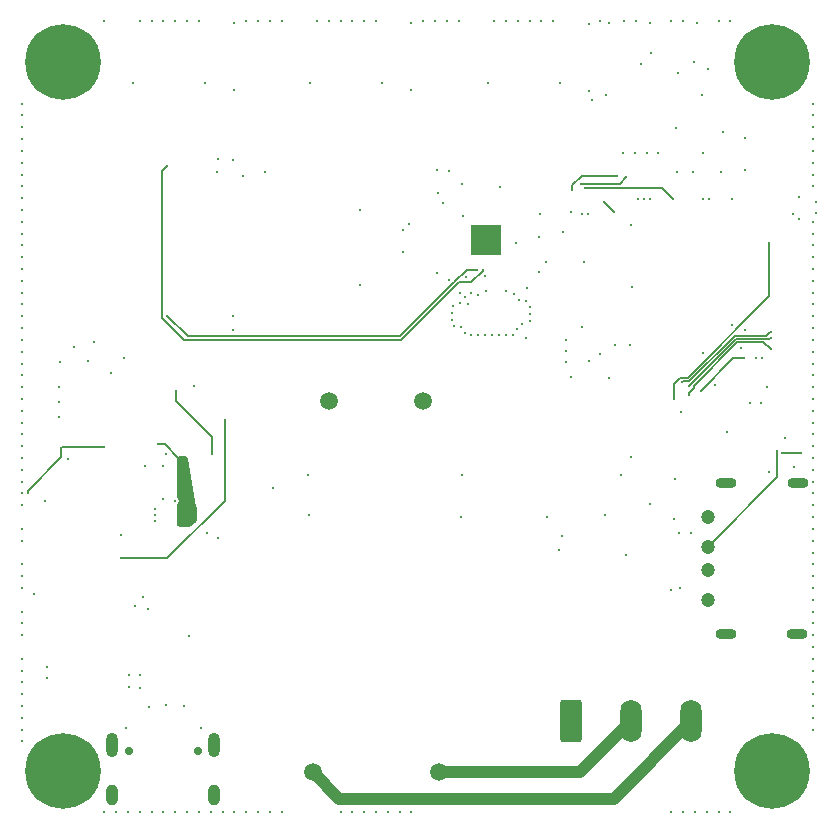
<source format=gbr>
%TF.GenerationSoftware,KiCad,Pcbnew,8.0.3-8.0.3-0~ubuntu22.04.1*%
%TF.CreationDate,2024-07-03T11:37:09+02:00*%
%TF.ProjectId,FabOS_MB,4661624f-535f-44d4-922e-6b696361645f,rev?*%
%TF.SameCoordinates,Original*%
%TF.FileFunction,Copper,L4,Bot*%
%TF.FilePolarity,Positive*%
%FSLAX46Y46*%
G04 Gerber Fmt 4.6, Leading zero omitted, Abs format (unit mm)*
G04 Created by KiCad (PCBNEW 8.0.3-8.0.3-0~ubuntu22.04.1) date 2024-07-03 11:37:09*
%MOMM*%
%LPD*%
G01*
G04 APERTURE LIST*
G04 Aperture macros list*
%AMRoundRect*
0 Rectangle with rounded corners*
0 $1 Rounding radius*
0 $2 $3 $4 $5 $6 $7 $8 $9 X,Y pos of 4 corners*
0 Add a 4 corners polygon primitive as box body*
4,1,4,$2,$3,$4,$5,$6,$7,$8,$9,$2,$3,0*
0 Add four circle primitives for the rounded corners*
1,1,$1+$1,$2,$3*
1,1,$1+$1,$4,$5*
1,1,$1+$1,$6,$7*
1,1,$1+$1,$8,$9*
0 Add four rect primitives between the rounded corners*
20,1,$1+$1,$2,$3,$4,$5,0*
20,1,$1+$1,$4,$5,$6,$7,0*
20,1,$1+$1,$6,$7,$8,$9,0*
20,1,$1+$1,$8,$9,$2,$3,0*%
G04 Aperture macros list end*
%TA.AperFunction,ComponentPad*%
%ADD10RoundRect,0.250000X-0.650000X-1.550000X0.650000X-1.550000X0.650000X1.550000X-0.650000X1.550000X0*%
%TD*%
%TA.AperFunction,ComponentPad*%
%ADD11O,1.800000X3.600000*%
%TD*%
%TA.AperFunction,ComponentPad*%
%ADD12C,0.800000*%
%TD*%
%TA.AperFunction,ComponentPad*%
%ADD13C,6.400000*%
%TD*%
%TA.AperFunction,ComponentPad*%
%ADD14C,1.200000*%
%TD*%
%TA.AperFunction,ComponentPad*%
%ADD15O,1.800000X0.900000*%
%TD*%
%TA.AperFunction,ComponentPad*%
%ADD16C,1.500000*%
%TD*%
%TA.AperFunction,ComponentPad*%
%ADD17C,0.700000*%
%TD*%
%TA.AperFunction,ComponentPad*%
%ADD18O,1.000000X2.100000*%
%TD*%
%TA.AperFunction,ComponentPad*%
%ADD19O,1.000000X1.800000*%
%TD*%
%TA.AperFunction,HeatsinkPad*%
%ADD20C,0.500000*%
%TD*%
%TA.AperFunction,HeatsinkPad*%
%ADD21R,2.500000X2.500000*%
%TD*%
%TA.AperFunction,ViaPad*%
%ADD22C,0.300000*%
%TD*%
%TA.AperFunction,Conductor*%
%ADD23C,0.150000*%
%TD*%
%TA.AperFunction,Conductor*%
%ADD24C,1.000000*%
%TD*%
G04 APERTURE END LIST*
D10*
%TO.P,e501,1,Pin_1*%
%TO.N,Earth*%
X143000000Y-155800000D03*
D11*
%TO.P,e501,2,Pin_2*%
%TO.N,N*%
X148080000Y-155800000D03*
%TO.P,e501,3,Pin_3*%
%TO.N,L*%
X153160000Y-155800000D03*
%TD*%
D12*
%TO.P,H102,1,1*%
%TO.N,GND*%
X157600000Y-100000000D03*
X158302944Y-98302944D03*
X158302944Y-101697056D03*
X160000000Y-97600000D03*
D13*
X160000000Y-100000000D03*
D12*
X160000000Y-102400000D03*
X161697056Y-98302944D03*
X161697056Y-101697056D03*
X162400000Y-100000000D03*
%TD*%
D14*
%TO.P,J201,1,VBUS*%
%TO.N,/5V_Flyback*%
X154600000Y-138500000D03*
%TO.P,J201,2,D-*%
%TO.N,/ES*%
X154600000Y-141000000D03*
%TO.P,J201,3,D+*%
%TO.N,/LIN/LIN*%
X154600000Y-143000000D03*
%TO.P,J201,4,GND*%
%TO.N,GND*%
X154600000Y-145500000D03*
D15*
%TO.P,J201,GND*%
%TO.N,N/C*%
X156100000Y-148400000D03*
X162100000Y-148400000D03*
X156100000Y-135600000D03*
X162200000Y-135600000D03*
%TD*%
D12*
%TO.P,H103,1,1*%
%TO.N,GND*%
X157600000Y-160000000D03*
X158302944Y-158302944D03*
X158302944Y-161697056D03*
X160000000Y-157600000D03*
D13*
X160000000Y-160000000D03*
D12*
X160000000Y-162400000D03*
X161697056Y-158302944D03*
X161697056Y-161697056D03*
X162400000Y-160000000D03*
%TD*%
D16*
%TO.P,U501,1,N*%
%TO.N,N*%
X131850000Y-160100000D03*
%TO.P,U501,2,L*%
%TO.N,L*%
X121150000Y-160100000D03*
%TO.P,U501,4,V-*%
%TO.N,GND*%
X122500000Y-128700000D03*
%TO.P,U501,6,V+*%
%TO.N,/5V_Flyback*%
X130500000Y-128700000D03*
%TD*%
D12*
%TO.P,H104,1,1*%
%TO.N,GND*%
X97600000Y-160000000D03*
X98302944Y-158302944D03*
X98302944Y-161697056D03*
X100000000Y-157600000D03*
D13*
X100000000Y-160000000D03*
D12*
X100000000Y-162400000D03*
X101697056Y-158302944D03*
X101697056Y-161697056D03*
X102400000Y-160000000D03*
%TD*%
D17*
%TO.P,J401,A1,GND*%
%TO.N,GND*%
X105610000Y-158320000D03*
X111390000Y-158320000D03*
D18*
%TO.P,J401,S1,SHIELD*%
X104180000Y-157820000D03*
D19*
X104180000Y-162000000D03*
D18*
X112820000Y-157820000D03*
D19*
X112820000Y-162000000D03*
%TD*%
D12*
%TO.P,H101,1,1*%
%TO.N,GND*%
X97600000Y-100000000D03*
X98302944Y-98302944D03*
X98302944Y-101697056D03*
X100000000Y-97600000D03*
D13*
X100000000Y-100000000D03*
D12*
X100000000Y-102400000D03*
X101697056Y-98302944D03*
X101697056Y-101697056D03*
X102400000Y-100000000D03*
%TD*%
D20*
%TO.P,U301,25,VSS*%
%TO.N,GND*%
X134830000Y-116030000D03*
X135830000Y-116030000D03*
X136830000Y-116030000D03*
X134830000Y-115030000D03*
X135830000Y-115030000D03*
D21*
X135830000Y-115030000D03*
D20*
X136830000Y-115030000D03*
X134830000Y-114030000D03*
X135830000Y-114030000D03*
X136830000Y-114030000D03*
%TD*%
D22*
%TO.N,GND*%
X154600000Y-100600000D03*
X96500000Y-127500000D03*
X96500000Y-105500000D03*
X163500000Y-142500000D03*
X132700000Y-118460000D03*
X163500000Y-127500000D03*
X152300000Y-129600000D03*
X148400000Y-107700000D03*
X155500000Y-163500000D03*
X98600000Y-151200000D03*
X98600000Y-152100000D03*
X113100000Y-108200000D03*
X163500000Y-131500000D03*
X133800000Y-110300000D03*
X138500000Y-96500000D03*
X161800000Y-112820000D03*
X147700000Y-141700000D03*
X135120000Y-119670000D03*
X163710000Y-111860000D03*
X106550000Y-151900000D03*
X102600000Y-123700000D03*
X163500000Y-135500000D03*
X131500000Y-96500000D03*
X159110000Y-128870000D03*
X122500000Y-96500000D03*
X112050000Y-101750000D03*
X163500000Y-133500000D03*
X141500000Y-96500000D03*
X145900000Y-138300000D03*
X96500000Y-112500000D03*
X96500000Y-154500000D03*
X163500000Y-121500000D03*
X96500000Y-117500000D03*
X96500000Y-137500000D03*
X152000000Y-109300000D03*
X113000000Y-109300000D03*
X123500000Y-96500000D03*
X139500000Y-121900000D03*
X163500000Y-122500000D03*
X148900000Y-100100000D03*
X154200000Y-107700000D03*
X153200000Y-139890000D03*
X157750000Y-106400000D03*
X114500000Y-163500000D03*
X152500000Y-163500000D03*
X135950000Y-101750000D03*
X123500000Y-163500000D03*
X104100000Y-126300000D03*
X163500000Y-139500000D03*
X96500000Y-152500000D03*
X105600000Y-151900000D03*
X163500000Y-143500000D03*
X156600000Y-122200000D03*
X133500000Y-96500000D03*
X146700000Y-123900000D03*
X163500000Y-140500000D03*
X145500000Y-96500000D03*
X96500000Y-118500000D03*
X155900000Y-105900000D03*
X133800000Y-134900000D03*
X155700000Y-109300000D03*
X127040000Y-101740000D03*
X96500000Y-104500000D03*
X151500000Y-144700000D03*
X117500000Y-96500000D03*
X127500000Y-163500000D03*
X148100000Y-133400000D03*
X140900000Y-116900000D03*
X96500000Y-134500000D03*
X96500000Y-156500000D03*
X157400000Y-124200000D03*
X96500000Y-115500000D03*
X163500000Y-155500000D03*
X110700000Y-148600000D03*
X163500000Y-144500000D03*
X117800000Y-136000000D03*
X134000000Y-122900000D03*
X96500000Y-128500000D03*
X96500000Y-139500000D03*
X147400000Y-107700000D03*
X107500000Y-163500000D03*
X154200000Y-124600000D03*
X144800000Y-103200000D03*
X151500000Y-163500000D03*
X153700000Y-96700000D03*
X111100000Y-127400000D03*
X96500000Y-122500000D03*
X156500000Y-163500000D03*
X149700000Y-137400000D03*
X120950000Y-101760000D03*
X142550000Y-124450000D03*
X96500000Y-111500000D03*
X163500000Y-128500000D03*
X136900000Y-123100000D03*
X126500000Y-163500000D03*
X100400000Y-133600000D03*
X157750000Y-109150000D03*
X104500000Y-163500000D03*
X139500000Y-121300000D03*
X163500000Y-132500000D03*
X96500000Y-103500000D03*
X96500000Y-116500000D03*
X163710000Y-112780000D03*
X133700000Y-122400000D03*
X99700000Y-125400000D03*
X112200000Y-139850000D03*
X163500000Y-141500000D03*
X118500000Y-163500000D03*
X133620000Y-119530000D03*
X163500000Y-124500000D03*
X105200000Y-125000000D03*
X124500000Y-96500000D03*
X96500000Y-129500000D03*
X134580000Y-119530000D03*
X163500000Y-154500000D03*
X120800000Y-138300000D03*
X96500000Y-155500000D03*
X146000000Y-102800000D03*
X148100000Y-113800000D03*
X163500000Y-113500000D03*
X135740000Y-118130000D03*
X99650000Y-128750000D03*
X163500000Y-108500000D03*
X108500000Y-163500000D03*
X117500000Y-163500000D03*
X133620000Y-120360000D03*
X152100000Y-100900000D03*
X136500000Y-96500000D03*
X100900000Y-124100000D03*
X163500000Y-114500000D03*
X154100000Y-102800000D03*
X129500000Y-102300000D03*
X146200000Y-126700000D03*
X155200000Y-127300000D03*
X105500000Y-163500000D03*
X96500000Y-150500000D03*
X96500000Y-114500000D03*
X113500000Y-163500000D03*
X163500000Y-156500000D03*
X133700000Y-138500000D03*
X96500000Y-132500000D03*
X98500000Y-137100000D03*
X113100000Y-140250000D03*
X96500000Y-148500000D03*
X120700000Y-134900000D03*
X163500000Y-137500000D03*
X128500000Y-163500000D03*
X148500000Y-96500000D03*
X163500000Y-126500000D03*
X163500000Y-105500000D03*
X138820000Y-122190000D03*
X142550000Y-123500000D03*
X106800000Y-145300000D03*
X111700000Y-156400000D03*
X135800000Y-119400000D03*
X163500000Y-150500000D03*
X118500000Y-96500000D03*
X153300000Y-109300000D03*
X151900000Y-105600000D03*
X147500000Y-96500000D03*
X163500000Y-152500000D03*
X124500000Y-163500000D03*
X96500000Y-136500000D03*
X138600000Y-120100000D03*
X109500000Y-96500000D03*
X125500000Y-96500000D03*
X105550000Y-152900000D03*
X148000000Y-123900000D03*
X140320000Y-114800000D03*
X102100000Y-125300000D03*
X132900000Y-121200000D03*
X110250000Y-154500000D03*
X163500000Y-110500000D03*
X99650000Y-130000000D03*
X131700000Y-109100000D03*
X112500000Y-163500000D03*
X106500000Y-96500000D03*
X163500000Y-146500000D03*
X156500000Y-96500000D03*
X105300000Y-156400000D03*
X96500000Y-110500000D03*
X163500000Y-151500000D03*
X149670000Y-111600000D03*
X163500000Y-118500000D03*
X114380000Y-122650000D03*
X96500000Y-144500000D03*
X96500000Y-146500000D03*
X132500000Y-96500000D03*
X161900000Y-134300000D03*
X116500000Y-96500000D03*
X163500000Y-107500000D03*
X103500000Y-163500000D03*
X126500000Y-96500000D03*
X163500000Y-138500000D03*
X115200000Y-109600000D03*
X154500000Y-163500000D03*
X96500000Y-125500000D03*
X135700000Y-123100000D03*
X147200000Y-134900000D03*
X163500000Y-123500000D03*
X150350000Y-107700000D03*
X134270000Y-120430000D03*
X107200000Y-146300000D03*
X96500000Y-142500000D03*
X121500000Y-96500000D03*
X149700000Y-96700000D03*
X96500000Y-135500000D03*
X96500000Y-123500000D03*
X108750000Y-154400000D03*
X163500000Y-153500000D03*
X108425000Y-134200000D03*
X146212000Y-96670000D03*
X96500000Y-133500000D03*
X163500000Y-147500000D03*
X137500000Y-123100000D03*
X163500000Y-148500000D03*
X163500000Y-103500000D03*
X96500000Y-126500000D03*
X163500000Y-125500000D03*
X107250000Y-154550000D03*
X163500000Y-145500000D03*
X96500000Y-157500000D03*
X163500000Y-136500000D03*
X139200000Y-123300000D03*
X96500000Y-143500000D03*
X134000000Y-119900000D03*
X135100000Y-123100000D03*
X106550000Y-152950000D03*
X163500000Y-149500000D03*
X142000000Y-141300000D03*
X143000000Y-112700000D03*
X163500000Y-115500000D03*
X139200000Y-120200000D03*
X152200000Y-144500000D03*
X138100000Y-123100000D03*
X154670000Y-111600000D03*
X96500000Y-113500000D03*
X117100000Y-109300000D03*
X96500000Y-108500000D03*
X163500000Y-109500000D03*
X130500000Y-96500000D03*
X163500000Y-130500000D03*
X153500000Y-163500000D03*
X128750000Y-116050000D03*
X106100000Y-146000000D03*
X137500000Y-96500000D03*
X139500000Y-120700000D03*
X96500000Y-153500000D03*
X161100000Y-131800000D03*
X103500000Y-96500000D03*
X108500000Y-96500000D03*
X144100000Y-116900000D03*
X163500000Y-116500000D03*
X106925000Y-134200000D03*
X153400000Y-100000000D03*
X96500000Y-151500000D03*
X163500000Y-117500000D03*
X107500000Y-96500000D03*
X105950000Y-101760000D03*
X115500000Y-96500000D03*
X159800000Y-134700000D03*
X109450000Y-137100000D03*
X96500000Y-131500000D03*
X163500000Y-119500000D03*
X158660000Y-125040000D03*
X111500000Y-163500000D03*
X132900000Y-121800000D03*
X114400000Y-108300000D03*
X96500000Y-130500000D03*
X96500000Y-120500000D03*
X144470000Y-112820000D03*
X163500000Y-134500000D03*
X133000000Y-120600000D03*
X152500000Y-96500000D03*
X106500000Y-163500000D03*
X129500000Y-163500000D03*
X140500000Y-96500000D03*
X138400000Y-122600000D03*
X114390000Y-121441000D03*
X144500000Y-102400000D03*
X134500000Y-123100000D03*
X152190000Y-139890000D03*
X110500000Y-96500000D03*
X109500000Y-163500000D03*
X136300000Y-123100000D03*
X143900000Y-122400000D03*
X142550000Y-125400000D03*
X163500000Y-106500000D03*
X143000000Y-126600000D03*
X163500000Y-129500000D03*
X96500000Y-119500000D03*
X96500000Y-109500000D03*
X149800000Y-99200000D03*
X149400000Y-107700000D03*
X141000000Y-138500000D03*
X139300000Y-119100000D03*
X156200000Y-131300000D03*
X151700000Y-138700000D03*
X96500000Y-107500000D03*
X96500000Y-140500000D03*
X96500000Y-121500000D03*
X158160000Y-128860000D03*
X163500000Y-120500000D03*
X142050000Y-101750000D03*
X148200000Y-119000000D03*
X96500000Y-147500000D03*
X96500000Y-124500000D03*
X151500000Y-96500000D03*
X116500000Y-163500000D03*
X96500000Y-106500000D03*
X108700000Y-133200000D03*
X163500000Y-104500000D03*
X151800000Y-135300000D03*
X157700000Y-122700000D03*
X110500000Y-163500000D03*
X114500000Y-102310000D03*
X111500000Y-96500000D03*
X125500000Y-163500000D03*
X115500000Y-163500000D03*
X155500000Y-96500000D03*
X137515000Y-119380000D03*
X139500000Y-96500000D03*
X133100000Y-122300000D03*
X138200000Y-119600000D03*
%TO.N,+3.3V*%
X140320000Y-117750000D03*
X107750000Y-138300000D03*
X138360000Y-115280000D03*
X156670000Y-111600000D03*
X145450000Y-124700000D03*
X144550000Y-125300000D03*
X97500000Y-145050000D03*
X114500000Y-96670000D03*
X162320000Y-111390000D03*
X137030000Y-110540000D03*
X143900000Y-112800000D03*
X144500000Y-96750000D03*
X148670000Y-111590000D03*
X99650000Y-127450000D03*
X132700000Y-109200000D03*
X104900000Y-140000000D03*
X159570000Y-127480000D03*
X142350000Y-114400000D03*
X107750000Y-138850000D03*
X107750000Y-137824997D03*
X129500000Y-96650000D03*
X154170000Y-111600000D03*
X142220000Y-140090000D03*
X108450000Y-137000000D03*
X162320000Y-113240000D03*
X159170000Y-125050000D03*
X149170000Y-111600000D03*
X140350000Y-112800000D03*
%TO.N,/ethernet/CT*%
X125100000Y-118890000D03*
X128750000Y-114230000D03*
X132200000Y-111900000D03*
X133892500Y-113000000D03*
X134150000Y-118140000D03*
X131700000Y-117850000D03*
X131760000Y-111090000D03*
X129260000Y-113700000D03*
X125100000Y-112540000D03*
%TO.N,/power/5V_max*%
X112650000Y-133200000D03*
X109600000Y-127850000D03*
%TO.N,Net-(U502-SW)*%
X110300003Y-133950000D03*
X109825000Y-133550000D03*
X110299965Y-133544047D03*
X108075000Y-132350000D03*
X111150000Y-138300000D03*
X111150000Y-137824997D03*
X111150000Y-138775003D03*
X109825000Y-133950000D03*
%TO.N,Net-(U601-BOOT0)*%
X151700000Y-128500000D03*
X159800000Y-115300000D03*
%TO.N,/STM32/NRST*%
X103500000Y-132550000D03*
X97000000Y-136500000D03*
X99850000Y-132650000D03*
%TO.N,/5V_Flyback*%
X104900000Y-142000000D03*
X113700000Y-130300000D03*
%TO.N,/ES*%
X160475145Y-132887572D03*
%TO.N,/ethernet/LED2+*%
X135080000Y-117560000D03*
X108790000Y-121440000D03*
%TO.N,/ethernet/LED1+*%
X135580000Y-117560000D03*
X108800000Y-108750000D03*
%TO.N,/STM32/SWDIO*%
X157670000Y-125040000D03*
X154000000Y-127800000D03*
%TO.N,/STM32/VCP_TX*%
X153000000Y-127400000D03*
X159900000Y-123300000D03*
%TO.N,/STM32/SWCLK*%
X153000000Y-128200000D03*
X159900000Y-124300000D03*
%TO.N,/STM32/VCP_RX*%
X159900000Y-122800000D03*
X152400000Y-127100000D03*
%TO.N,/USART1_RX*%
X160900000Y-133100000D03*
X162500000Y-133100000D03*
%TO.N,/ETH_MDI0*%
X146940000Y-109620000D03*
X143100000Y-110830000D03*
%TO.N,/ETH_REF_CLK*%
X147670000Y-109720000D03*
X143820000Y-110270000D03*
%TO.N,/NRST_ETH*%
X145770000Y-111840000D03*
X146660000Y-112710000D03*
%TO.N,/ETH_MDC*%
X144230000Y-110680000D03*
X151670000Y-111600000D03*
%TD*%
D23*
%TO.N,/power/5V_max*%
X112650000Y-133200000D02*
X112650000Y-131700000D01*
X109600000Y-128650000D02*
X109600000Y-127850000D01*
X112650000Y-131700000D02*
X109600000Y-128650000D01*
%TO.N,Net-(U502-SW)*%
X111150000Y-138300000D02*
X111150000Y-138775003D01*
X108075000Y-132350000D02*
X108625000Y-132350000D01*
X110300003Y-133544085D02*
X110299965Y-133544047D01*
X108625000Y-132350000D02*
X109825000Y-133550000D01*
X111150000Y-138300000D02*
X111150000Y-137824997D01*
%TO.N,Net-(U601-BOOT0)*%
X152234314Y-126700000D02*
X151700000Y-127234314D01*
X151700000Y-127234314D02*
X151700000Y-128500000D01*
X159800000Y-119816524D02*
X152916524Y-126700000D01*
X159800000Y-115300000D02*
X159800000Y-119816524D01*
X152916524Y-126700000D02*
X152234314Y-126700000D01*
%TO.N,/STM32/NRST*%
X99850000Y-132650000D02*
X99950000Y-132550000D01*
X99850000Y-132650000D02*
X99850000Y-133450000D01*
X99950000Y-132550000D02*
X103500000Y-132550000D01*
X97000000Y-136300000D02*
X97000000Y-136500000D01*
X99850000Y-133450000D02*
X97000000Y-136300000D01*
%TO.N,/5V_Flyback*%
X113700000Y-137100000D02*
X113700000Y-130300000D01*
X104900000Y-142000000D02*
X108800000Y-142000000D01*
X108800000Y-142000000D02*
X113700000Y-137100000D01*
D24*
%TO.N,N*%
X131850000Y-160100000D02*
X143780000Y-160100000D01*
X143780000Y-160100000D02*
X148080000Y-155800000D01*
%TO.N,L*%
X123400000Y-162350000D02*
X146610000Y-162350000D01*
X146610000Y-162350000D02*
X153160000Y-155800000D01*
X121150000Y-160100000D02*
X123400000Y-162350000D01*
D23*
%TO.N,/ES*%
X160475145Y-132887572D02*
X160475145Y-135124855D01*
X160475145Y-135124855D02*
X154600000Y-141000000D01*
%TO.N,/ethernet/LED2+*%
X134164314Y-117560000D02*
X135080000Y-117560000D01*
X110550000Y-123200000D02*
X128524314Y-123200000D01*
X128524314Y-123200000D02*
X132864314Y-118860000D01*
X108790000Y-121440000D02*
X110550000Y-123200000D01*
X133100000Y-118624314D02*
X134164314Y-117560000D01*
X133100000Y-118625686D02*
X133100000Y-118624314D01*
X132865686Y-118860000D02*
X133100000Y-118625686D01*
X132864314Y-118860000D02*
X132865686Y-118860000D01*
%TO.N,/ethernet/LED1+*%
X135580000Y-117625686D02*
X134577660Y-118628026D01*
X108390000Y-121605686D02*
X108390000Y-109160000D01*
X110261314Y-123477000D02*
X108390000Y-121605686D01*
X108390000Y-109160000D02*
X108800000Y-108750000D01*
X128640424Y-123477000D02*
X110261314Y-123477000D01*
X134577660Y-118628026D02*
X133489398Y-118628026D01*
X135580000Y-117560000D02*
X135580000Y-117625686D01*
X133489398Y-118628026D02*
X128640424Y-123477000D01*
%TO.N,/STM32/SWDIO*%
X156760000Y-125040000D02*
X157670000Y-125040000D01*
X154000000Y-127800000D02*
X156760000Y-125040000D01*
%TO.N,/STM32/VCP_TX*%
X153000000Y-127400000D02*
X156977000Y-123423000D01*
X159777000Y-123423000D02*
X159900000Y-123300000D01*
X156977000Y-123423000D02*
X159777000Y-123423000D01*
%TO.N,/STM32/SWCLK*%
X157091738Y-123700000D02*
X159300000Y-123700000D01*
X153400000Y-127391738D02*
X157091738Y-123700000D01*
X159300000Y-123700000D02*
X159900000Y-124300000D01*
X153400000Y-127565686D02*
X153400000Y-127391738D01*
X153000000Y-128200000D02*
X153000000Y-127965686D01*
X153000000Y-127965686D02*
X153400000Y-127565686D01*
%TO.N,/STM32/VCP_RX*%
X159834314Y-122800000D02*
X159900000Y-122800000D01*
X152500000Y-127000000D02*
X153008262Y-127000000D01*
X159488314Y-123146000D02*
X159834314Y-122800000D01*
X153008262Y-127000000D02*
X156862262Y-123146000D01*
X156862262Y-123146000D02*
X159488314Y-123146000D01*
X152400000Y-127100000D02*
X152500000Y-127000000D01*
%TO.N,/USART1_RX*%
X160900000Y-133100000D02*
X162500000Y-133100000D01*
%TO.N,/ETH_MDI0*%
X143904314Y-109620000D02*
X143100000Y-110424314D01*
X146940000Y-109620000D02*
X143904314Y-109620000D01*
X143100000Y-110424314D02*
X143100000Y-110830000D01*
%TO.N,/ETH_REF_CLK*%
X147670000Y-109730000D02*
X147130000Y-110270000D01*
X147130000Y-110270000D02*
X143820000Y-110270000D01*
X147670000Y-109720000D02*
X147670000Y-109730000D01*
%TO.N,/NRST_ETH*%
X145790000Y-111840000D02*
X146660000Y-112710000D01*
X145770000Y-111840000D02*
X145790000Y-111840000D01*
%TO.N,/ETH_MDC*%
X144230000Y-110680000D02*
X150750000Y-110680000D01*
X150750000Y-110680000D02*
X151670000Y-111600000D01*
%TD*%
%TA.AperFunction,Conductor*%
%TO.N,Net-(U502-SW)*%
G36*
X110435959Y-133368954D02*
G01*
X110516741Y-133422930D01*
X110570717Y-133503712D01*
X110585966Y-133556209D01*
X111296108Y-137627694D01*
X111297733Y-137638375D01*
X111297876Y-137639476D01*
X111299710Y-137660627D01*
X111299760Y-137661766D01*
X111300000Y-137672686D01*
X111300000Y-138808795D01*
X111292185Y-138870685D01*
X111291400Y-138873747D01*
X111291169Y-138874649D01*
X111249123Y-138962235D01*
X111231656Y-138983037D01*
X111228860Y-138986020D01*
X111180870Y-139025809D01*
X110814042Y-139259245D01*
X110783033Y-139276019D01*
X110780026Y-139277380D01*
X110712567Y-139297031D01*
X110709305Y-139297497D01*
X110674091Y-139300000D01*
X109899000Y-139300000D01*
X109803712Y-139281046D01*
X109722930Y-139227070D01*
X109668954Y-139146288D01*
X109650000Y-139051000D01*
X109650000Y-137466477D01*
X109668954Y-137371189D01*
X109692927Y-137331683D01*
X109692301Y-137331322D01*
X109703194Y-137312455D01*
X109760588Y-137213045D01*
X109780521Y-137100000D01*
X109760588Y-136986955D01*
X109703194Y-136887545D01*
X109692302Y-136868679D01*
X109694043Y-136867673D01*
X109661521Y-136808384D01*
X109650000Y-136733521D01*
X109650000Y-133599000D01*
X109668954Y-133503712D01*
X109722930Y-133422930D01*
X109803712Y-133368954D01*
X109899000Y-133350000D01*
X110340671Y-133350000D01*
X110435959Y-133368954D01*
G37*
%TD.AperFunction*%
%TD*%
M02*

</source>
